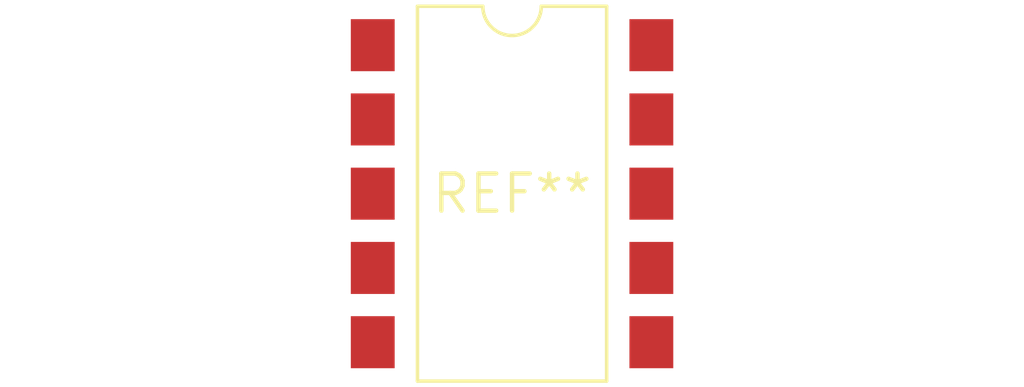
<source format=kicad_pcb>
(kicad_pcb (version 20240108) (generator pcbnew)
  (layers (0 "F.Cu" signal) (31 "B.Cu" signal) (34 "B.Paste" user) (35 "F.Paste" user) (36 "B.SilkS" user "B.Silkscreen") (37 "F.SilkS" user "F.Silkscreen") (38 "B.Mask" user) (39 "F.Mask" user) (44 "Edge.Cuts" user))
  (net 0 "")
  (footprint "SMDIP-10_W9.53mm_Clearance8mm" (layer "F.Cu") (at 0 0)
    (property "Reference" "REF**")
    (property "Value" "SMDIP-10_W9.53mm_Clearance8mm")
    (fp_line (start -3.235 -6.41) (end -3.235 6.41) (layer "F.SilkS") (stroke (width 0.12)))
    (fp_line (start -3.235 6.41) (end 3.235 6.41) (layer "F.SilkS") (stroke (width 0.12)))
    (fp_line (start -1 -6.41) (end -3.235 -6.41) (layer "F.SilkS") (stroke (width 0.12)))
    (fp_line (start 3.235 -6.41) (end 1 -6.41) (layer "F.SilkS") (stroke (width 0.12)))
    (fp_line (start 3.235 6.41) (end 3.235 -6.41) (layer "F.SilkS") (stroke (width 0.12)))
    (fp_arc (start 1 -6.41) (mid 0 -5.41) (end -1 -6.41) (layer "F.SilkS") (stroke (width 0.12)))
    (pad "1" smd rect (at -4.765 -5.08) (size 1.5 1.78) (layers "F.Cu" "F.Paste" "F.Mask"))
    (pad "2" smd rect (at -4.765 -2.54) (size 1.5 1.78) (layers "F.Cu" "F.Paste" "F.Mask"))
    (pad "3" smd rect (at -4.765 0) (size 1.5 1.78) (layers "F.Cu" "F.Paste" "F.Mask"))
    (pad "4" smd rect (at -4.765 2.54) (size 1.5 1.78) (layers "F.Cu" "F.Paste" "F.Mask"))
    (pad "5" smd rect (at -4.765 5.08) (size 1.5 1.78) (layers "F.Cu" "F.Paste" "F.Mask"))
    (pad "6" smd rect (at 4.765 5.08) (size 1.5 1.78) (layers "F.Cu" "F.Paste" "F.Mask"))
    (pad "7" smd rect (at 4.765 2.54) (size 1.5 1.78) (layers "F.Cu" "F.Paste" "F.Mask"))
    (pad "8" smd rect (at 4.765 0) (size 1.5 1.78) (layers "F.Cu" "F.Paste" "F.Mask"))
    (pad "9" smd rect (at 4.765 -2.54) (size 1.5 1.78) (layers "F.Cu" "F.Paste" "F.Mask"))
    (pad "10" smd rect (at 4.765 -5.08) (size 1.5 1.78) (layers "F.Cu" "F.Paste" "F.Mask"))
  )
)
</source>
